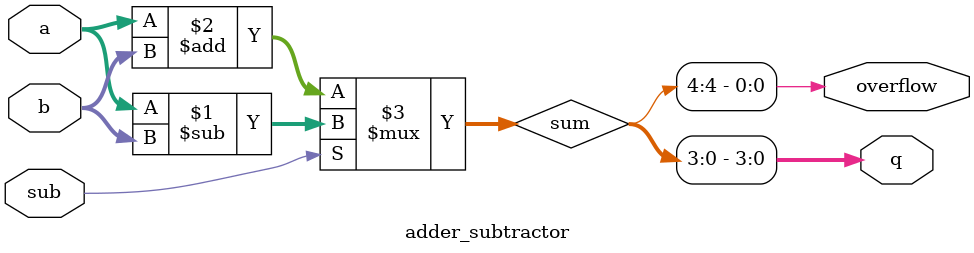
<source format=v>

module top_module (
    input [1:0] in,    // Input for the 2-to-4 decoder
    input [3:0] a,    // Input A for the adder-subtractor
    input [3:0] b,    // Input B for the adder-subtractor
    input sub,         // Subtraction flag for the adder-subtractor
    output [3:0] q,    // Output from the functional module
    output overflow   // Overflow output from the adder-subtractor
);

    // 2-to-4 decoder module
    wire [3:0] dec_out;
    decoder_2to4 dec(
        .in(in),
        .out(dec_out)
    );

    // Adder-subtractor module
    wire [3:0] addsub_out;
    wire addsub_overflow;
    adder_subtractor addsub(
        .a(a),
        .b(b),
        .sub(sub),
        .q(addsub_out),
        .overflow(addsub_overflow)
    );

    // Functional module
    assign q = (dec_out[0] == 1'b0) ? addsub_out : 4'b0;
    assign overflow = (dec_out[0] == 1'b0) ? addsub_overflow : (dec_out[1] || dec_out[2] || dec_out[3]);

endmodule
module decoder_2to4 (
    input [1:0] in,    // Input for the 2-to-4 decoder
    output [3:0] out   // Output from the 2-to-4 decoder
);

    assign out[0] = ~in[0] & ~in[1];
    assign out[1] = ~in[0] &  in[1];
    assign out[2] =  in[0] & ~in[1];
    assign out[3] =  in[0] &  in[1];

endmodule
module adder_subtractor (
    input [3:0] a,    // Input A for the adder-subtractor
    input [3:0] b,    // Input B for the adder-subtractor
    input sub,         // Subtraction flag for the adder-subtractor
    output [3:0] q,    // Output from the adder-subtractor
    output overflow   // Overflow output from the adder-subtractor
);

    // Intermediate sum
    wire [4:0] sum = (sub) ? (a - b) : (a + b);
    
    // Assign q and overflow
    assign q = sum[3:0];
    assign overflow = sum[4];

endmodule
</source>
